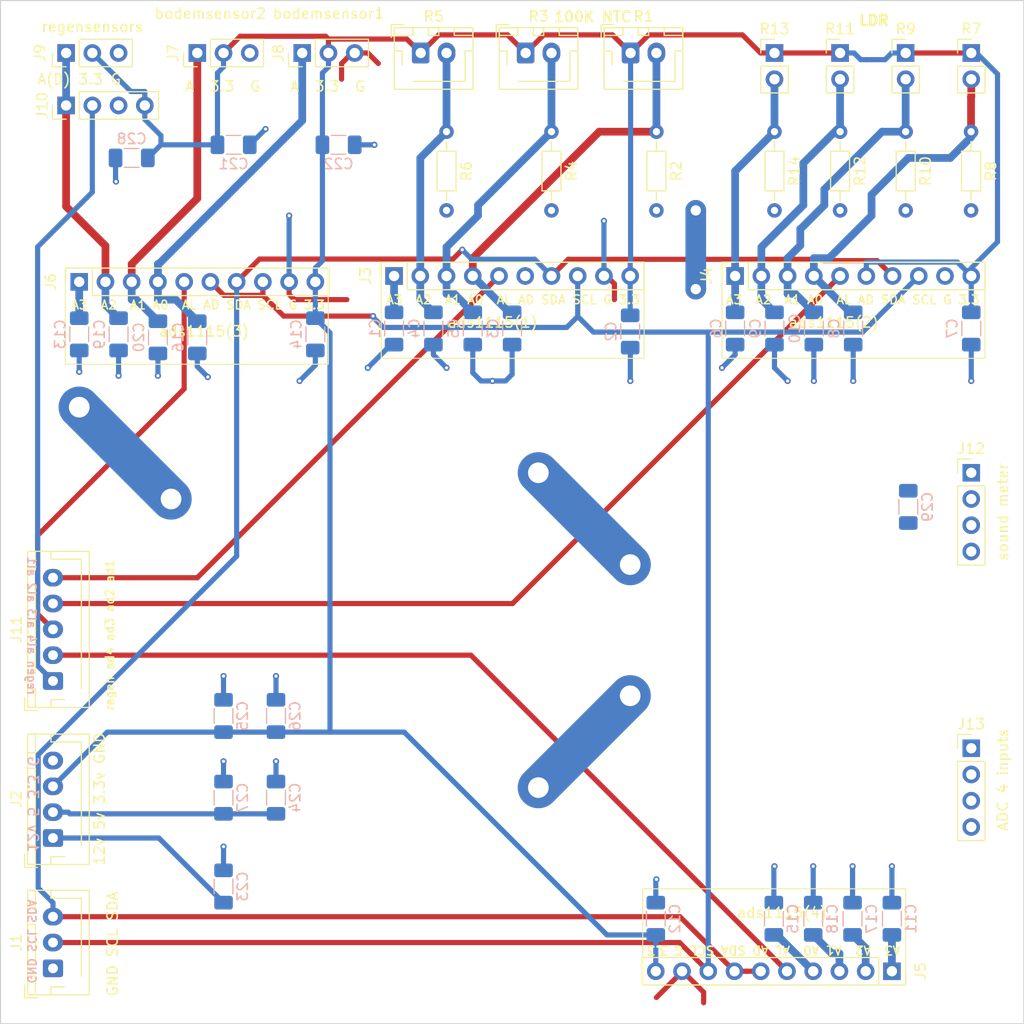
<source format=kicad_pcb>
(kicad_pcb (version 20240108) (generator "pcbnew") (generator_version "8.0")
  (layers (0 "F.Cu" signal) (31 "B.Cu" signal) (34 "B.Paste" user) (35 "F.Paste" user) (36 "B.SilkS" user "B.Silkscreen") (37 "F.SilkS" user "F.Silkscreen") (38 "B.Mask" user) (39 "F.Mask" user) (44 "Edge.Cuts" user))
  (net 0 "")
  (net 1 "GND")
  (net 2 "ADC-1 A3")
  (net 3 "+3.3V")
  (net 4 "ADC-1 A0")
  (net 5 "ADC-1 A2")
  (net 6 "ADC-1 A1")
  (net 7 "ADC-2 A3")
  (net 8 "ADC-2 A0")
  (net 9 "ADC-2 A2")
  (net 10 "ADC-2 A1")
  (net 11 "ADC-4 A3")
  (net 12 "ADC-3 A3")
  (net 13 "ADC-4 A0")
  (net 14 "ADC-3 A0")
  (net 15 "ADC-4 A2")
  (net 16 "ADC-4 A1")
  (net 17 "ADC-3 A2")
  (net 18 "ADC-3 A1")
  (net 19 "+12L")
  (net 20 "+5V")
  (net 21 "sda")
  (net 22 "scl")
  (net 23 "ADC1 alert")
  (net 24 "ADC2 alert")
  (net 25 "ADC4 alert")
  (net 26 "ADC3 alert")
  (net 27 "regen-digitaal")
  (footprint "Connector_PinHeader_2.54mm:PinHeader_1x02_P2.54mm_Vertical" (layer "F.Cu") (at 100.33 17.78)
    (property "Reference" "R9")
    (property "Value" "LDR07")
  )
  (footprint "Connector_JST:JST_XH_B5B-XH-AM_1x05_P2.50mm_Vertical" (layer "F.Cu") (at 17.78 78.58 90)
    (property "Reference" "J11")
    (property "Value" "adc_alerts")
  )
  (footprint "Connector_PinSocket_2.54mm:PinSocket_1x10_P2.54mm_Vertical" (layer "F.Cu") (at 20.32 39.935 90)
    (property "Reference" "J6")
    (property "Value" "ads1115 (3)")
  )
  (footprint "Connector_PinSocket_2.54mm:PinSocket_1x10_P2.54mm_Vertical" (layer "F.Cu") (at 98.9987 106.68 -90)
    (property "Reference" "J5")
    (property "Value" "ads1115 (4)")
  )
  (footprint "Resistor_THT:R_Axial_DIN0204_L3.6mm_D1.6mm_P7.62mm_Horizontal" (layer "F.Cu") (at 55.88 25.4 -90)
    (property "Reference" "R6")
    (property "Value" "220k")
  )
  (footprint "Connector_PinHeader_2.54mm:PinHeader_1x03_P2.54mm_Vertical" (layer "F.Cu") (at 41.91 17.78 90)
    (property "Reference" "J8")
    (property "Value" "bodemsensor1 pins")
  )
  (footprint "Connector_JST:JST_XH_B4B-XH-AM_1x04_P2.50mm_Vertical" (layer "F.Cu") (at 17.78 93.78 90)
    (property "Reference" "J2")
    (property "Value" "power-in")
  )
  (footprint "Connector_JST:JST_XH_B3B-XH-AM_1x03_P2.50mm_Vertical" (layer "F.Cu") (at 17.78 106.4 90)
    (property "Reference" "J1")
    (property "Value" "i2c in out")
  )
  (footprint "Connector_JST:JST_XH_B2B-XH-AM_1x02_P2.50mm_Vertical" (layer "F.Cu") (at 63.54 17.78)
    (property "Reference" "R3")
    (property "Value" "R_Variable")
  )
  (footprint "Resistor_THT:R_Axial_DIN0204_L3.6mm_D1.6mm_P7.62mm_Horizontal" (layer "F.Cu") (at 93.98 25.4 -90)
    (property "Reference" "R12")
    (property "Value" "100k")
  )
  (footprint "Connector_PinHeader_2.54mm:PinHeader_1x02_P2.54mm_Vertical" (layer "F.Cu") (at 106.68 17.78)
    (property "Reference" "R7")
    (property "Value" "LDR07")
  )
  (footprint "Resistor_THT:R_Axial_DIN0204_L3.6mm_D1.6mm_P7.62mm_Horizontal" (layer "F.Cu") (at 66.04 25.4 -90)
    (property "Reference" "R4")
    (property "Value" "220k")
  )
  (footprint "Connector_PinSocket_2.54mm:PinSocket_1x10_P2.54mm_Vertical" (layer "F.Cu") (at 83.82 39.37 90)
    (property "Reference" "J4")
    (property "Value" "ads1115 (2)")
  )
  (footprint "Connector_PinHeader_2.54mm:PinHeader_1x03_P2.54mm_Vertical" (layer "F.Cu") (at 31.75 17.78 90)
    (property "Reference" "J7")
    (property "Value" "bodemsensor2 pins")
  )
  (footprint "Connector_JST:JST_XH_B2B-XH-AM_1x02_P2.50mm_Vertical" (layer "F.Cu") (at 53.38 17.78)
    (property "Reference" "R5")
    (property "Value" "R_Variable")
  )
  (footprint "Connector_PinHeader_2.54mm:PinHeader_1x04_P2.54mm_Vertical" (layer "F.Cu") (at 106.68 85.09)
    (property "Reference" "J13")
    (property "Value" "ADC 4 inputs")
  )
  (footprint "Connector_PinHeader_2.54mm:PinHeader_1x04_P2.54mm_Vertical" (layer "F.Cu") (at 19.05 22.86 90)
    (property "Reference" "J10")
    (property "Value" "regensensor2 pins" (hide yes))
  )
  (footprint "Connector_PinSocket_2.54mm:PinSocket_1x10_P2.54mm_Vertical" (layer "F.Cu") (at 50.8 39.37 90)
    (property "Reference" "J3")
    (property "Value" "ads1115 (1)")
  )
  (footprint "Connector_JST:JST_XH_B2B-XH-AM_1x02_P2.50mm_Vertical" (layer "F.Cu") (at 73.7 17.78)
    (property "Reference" "R1")
    (property "Value" "R_Variable")
  )
  (footprint "Connector_PinHeader_2.54mm:PinHeader_1x03_P2.54mm_Vertical" (layer "F.Cu") (at 19.05 17.78 90)
    (property "Reference" "J9")
    (property "Value" "regensensor1 pins" (hide yes))
  )
  (footprint "Resistor_THT:R_Axial_DIN0204_L3.6mm_D1.6mm_P7.62mm_Horizontal" (layer "F.Cu") (at 100.33 25.4 -90)
    (property "Reference" "R10")
    (property "Value" "100k")
  )
  (footprint "Connector_PinHeader_2.54mm:PinHeader_1x04_P2.54mm_Vertical" (layer "F.Cu") (at 106.68 58.42)
    (property "Reference" "J12")
    (property "Value" "sound meter")
  )
  (footprint "Connector_PinHeader_2.54mm:PinHeader_1x02_P2.54mm_Vertical" (layer "F.Cu") (at 93.98 17.78)
    (property "Reference" "R11")
    (property "Value" "LDR07")
  )
  (footprint "Resistor_THT:R_Axial_DIN0204_L3.6mm_D1.6mm_P7.62mm_Horizontal" (layer "F.Cu") (at 76.2 25.4 -90)
    (property "Reference" "R2")
    (property "Value" "220k")
  )
  (footprint "Resistor_THT:R_Axial_DIN0204_L3.6mm_D1.6mm_P7.62mm_Horizontal" (layer "F.Cu") (at 87.63 25.4 -90)
    (property "Reference" "R14")
    (property "Value" "100k")
  )
  (footprint "Resistor_THT:R_Axial_DIN0204_L3.6mm_D1.6mm_P7.62mm_Horizontal" (layer "F.Cu") (at 106.66 25.4 -90)
    (property "Reference" "R8")
    (property "Value" "100k")
  )
  (footprint "Connector_PinHeader_2.54mm:PinHeader_1x02_P2.54mm_Vertical" (layer "F.Cu") (at 87.63 17.78)
    (property "Reference" "R13")
    (property "Value" "LDR07")
  )
  (footprint "Capacitor_SMD:C_1206_3216Metric_Pad1.33x1.80mm_HandSolder" (layer "B.Cu") (at 91.44 44.45 -90)
    (property "Reference" "C10")
    (property "Value" "100uf")
  )
  (footprint "Capacitor_SMD:C_1206_3216Metric_Pad1.33x1.80mm_HandSolder" (layer "B.Cu") (at 27.94 45.3075 -90)
    (property "Reference" "C20")
    (property "Value" "100uf")
  )
  (footprint "Capacitor_SMD:C_1206_3216Metric_Pad1.33x1.80mm_HandSolder" (layer "B.Cu") (at 50.8 44.45 -90)
    (property "Reference" "C1")
    (property "Value" "100uf")
  )
  (footprint "Capacitor_SMD:C_1206_3216Metric_Pad1.33x1.80mm_HandSolder" (layer "B.Cu") (at 87.63 44.45 -90)
    (property "Reference" "C9")
    (property "Value" "100uf")
  )
  (footprint "Capacitor_SMD:C_1206_3216Metric_Pad1.33x1.80mm_HandSolder" (layer "B.Cu") (at 43.18 45.015 -90)
    (property "Reference" "C14")
    (property "Value" "10uf")
  )
  (footprint "Capacitor_SMD:C_1206_3216Metric_Pad1.33x1.80mm_HandSolder" (layer "B.Cu") (at 54.61 44.45 -90)
    (property "Reference" "C4")
    (property "Value" "100uf")
  )
  (footprint "Capacitor_SMD:C_1206_3216Metric_Pad1.33x1.80mm_HandSolder" (layer "B.Cu") (at 35.2675 26.67)
    (property "Reference" "C21")
    (property "Value" "100nf")
  )
  (footprint "Capacitor_SMD:C_1206_3216Metric_Pad1.33x1.80mm_HandSolder" (layer "B.Cu") (at 34.29 81.965 90)
    (property "Reference" "C25")
    (property "Value" "100nf")
  )
  (footprint "Capacitor_SMD:C_1206_3216Metric_Pad1.33x1.80mm_HandSolder" (layer "B.Cu") (at 95.25 44.45 -90)
    (property "Reference" "C8")
    (property "Value" "100uf")
  )
  (footprint "Capacitor_SMD:C_1206_3216Metric_Pad1.33x1.80mm_HandSolder" (layer "B.Cu") (at 95.1887 101.6 90)
    (property "Reference" "C17")
    (property "Value" "100uf")
  )
  (footprint "Capacitor_SMD:C_1206_3216Metric_Pad1.33x1.80mm_HandSolder" (layer "B.Cu") (at 106.68 44.45 -90)
    (property "Reference" "C7")
    (property "Value" "10uf")
  )
  (footprint "Capacitor_SMD:C_1206_3216Metric_Pad1.33x1.80mm_HandSolder" (layer "B.Cu") (at 34.29 89.8775 90)
    (property "Reference" "C27")
    (property "Value" "100nf")
  )
  (footprint "Capacitor_SMD:C_1206_3216Metric_Pad1.33x1.80mm_HandSolder" (layer "B.Cu") (at 39.37 89.8775 90)
    (property "Reference" "C24")
    (property "Value" "10uf")
  )
  (footprint "Capacitor_SMD:C_1206_3216Metric_Pad1.33x1.80mm_HandSolder" (layer "B.Cu") (at 73.66 44.7425 -90)
    (property "Reference" "C2")
    (property "Value" "10uf")
  )
  (footprint "Capacitor_SMD:C_1206_3216Metric_Pad1.33x1.80mm_HandSolder" (layer "B.Cu") (at 100.584 61.722 90)
    (property "Reference" "C29")
    (property "Value" "100nf")
  )
  (footprint "Capacitor_SMD:C_1206_3216Metric_Pad1.33x1.80mm_HandSolder" (layer "B.Cu") (at 91.3787 101.6 90)
    (property "Reference" "C18")
    (property "Value" "100uf")
  )
  (footprint "Capacitor_SMD:C_1206_3216Metric_Pad1.33x1.80mm_HandSolder" (layer "B.Cu") (at 45.4275 26.67)
    (property "Reference" "C22")
    (property "Value" "100nf")
  )
  (footprint "Capacitor_SMD:C_1206_3216Metric_Pad1.33x1.80mm_HandSolder" (layer "B.Cu") (at 62.23 44.45 -90)
    (property "Reference" "C3")
    (property "Value" "100uf")
  )
  (footprint "Capacitor_SMD:C_1206_3216Metric_Pad1.33x1.80mm_HandSolder" (layer "B.Cu") (at 20.32 45.015 -90)
    (property "Reference" "C13")
    (property "Value" "100uf")
  )
  (footprint "Capacitor_SMD:C_1206_3216Metric_Pad1.33x1.80mm_HandSolder" (layer "B.Cu") (at 31.75 45.3075 -90)
    (property "Reference" "C16")
    (property "Value" "100uf")
  )
  (footprint "Capacitor_SMD:C_1206_3216Metric_Pad1.33x1.80mm_HandSolder" (layer "B.Cu") (at 98.9987 101.6 90)
    (property "Reference" "C11")
    (property "Value" "100uf")
  )
  (footprint "Capacitor_SMD:C_1206_3216Metric_Pad1.33x1.80mm_HandSolder" (layer "B.Cu") (at 39.37 81.965 90)
    (property "Reference" "C26")
    (property "Value" "10uf")
  )
  (footprint "Capacitor_SMD:C_1206_3216Metric_Pad1.33x1.80mm_HandSolder" (layer "B.Cu") (at 25.4 27.94 180)
    (property "Reference" "C28")
    (property "Value" "100nf")
  )
  (footprint "Capacitor_SMD:C_1206_3216Metric_Pad1.33x1.80mm_HandSolder" (layer "B.Cu") (at 87.5687 101.6 90)
    (property "Reference" "C15")
    (property "Value" "100uf")
  )
  (footprint "Capacitor_SMD:C_1206_3216Metric_Pad1.33x1.80mm_HandSolder" (layer "B.Cu") (at 76.1387 101.6 90)
    (property "Reference" "C12")
    (property "Value" "10uf")
  )
  (footprint "Capacitor_SMD:C_1206_3216Metric_Pad1.33x1.80mm_HandSolder" (layer "B.Cu") (at 24.13 45.015 -90)
    (property "Reference" "C19")
    (property "Value" "100uf")
  )
  (footprint "Capacitor_SMD:C_1206_3216Metric_Pad1.33x1.80mm_HandSolder" (layer "B.Cu") (at 34.29 98.475 90)
    (property "Reference" "C23")
    (property "Value" "10uf")
  )
  (footprint "Capacitor_SMD:C_1206_3216Metric_Pad1.33x1.80mm_HandSolder" (layer "B.Cu") (at 58.42 44.45 -90)
    (property "Reference" "C5")
    (property "Value" "100uf")
  )
  (footprint "Capacitor_SMD:C_1206_3216Metric_Pad1.33x1.80mm_HandSolder" (layer "B.Cu") (at 83.82 44.45 -90)
    (property "Reference" "C6")
    (property "Value" "100uf")
  )
  (gr_rect (start 82.55 38.026728) (end 108.003358 47.34014) (stroke (width 0.1)) (fill none) (layer "F.SilkS"))
  (gr_rect (start 49.558095 38.026728) (end 75.011453 47.34014) (stroke (width 0.1)) (fill none) (layer "F.SilkS"))
  (gr_rect (start 18.974212 38.599482) (end 44.42757 47.912894) (stroke (width 0.1)) (fill none) (layer "F.SilkS"))
  (gr_rect (start 74.876642 98.695062) (end 100.33 108.008474) (stroke (width 0.1)) (fill none) (layer "F.SilkS"))
  (gr_rect (start 12.7 12.7) (end 111.76 111.76) (stroke (width 0.1)) (fill none) (layer "Edge.Cuts"))
  (gr_text "regen al4 al3 al2 al1" (at 15.24 80.01 270) (layer "B.SilkS") (effects (font (size 0.8 0.8) (thickness 0.15) (bold yes)) (justify left bottom mirror)))
  (gr_text "GND SCL SDA" (at 15.24 107.95 270) (layer "B.SilkS") (effects (font (size 0.8 0.8) (thickness 0.15) (bold yes)) (justify left bottom mirror)))
  (gr_text "12v 5 3.3 G\n" (at 15.24 95.25 270) (layer "B.SilkS") (effects (font (size 1 1) (thickness 0.15) (bold yes)) (justify left bottom mirror)))
  (gr_text "A3  A2  A1 A0  AL AD SDA SCL G 3.3\n" (at 74.676 42.164 0) (layer "F.SilkS") (effects (font (size 0.85 0.85) (thickness 0.15) (bold yes)) (justify right bottom)))
  (gr_text "bodemsensor2" (at 33.02 13.97 0) (layer "F.SilkS") (effects (font (size 1 1))))
  (gr_text "LDR" (at 95.693866 15.216392 0) (layer "F.SilkS") (effects (font (size 1 1) (thickness 0.25) (bold yes)) (justify left bottom)))
  (gr_text "GND SCL SDA" (at 24.13 109.22 90) (layer "F.SilkS") (effects (font (size 1 1) (thickness 0.15) (bold yes)) (justify left bottom)))
  (gr_text "ads1115(4)" (at 83.891608 101.6 -0) (layer "F.SilkS") (effects (font (size 1 1)) (justify left bottom)))
  (gr_text "12v 5v 3.3v GND" (at 22.86 96.52 90) (layer "F.SilkS") (effects (font (size 1 1) (thickness 0.15) (bold yes)) (justify left bottom)))
  (gr_text "ads1115(3)" (at 27.94 45.3075 0) (layer "F.SilkS") (effects (font (size 1 1)) (justify left bottom)))
  (gr_text "A  3.3  G" (at 30.48 21.59 0) (layer "F.SilkS") (effects (font (size 1 1) (thickness 0.15) (bold yes)) (justify left bottom)))
  (gr_text "A3  A2  A1 A0  AL AD SDA SCL G 3.3\n" (at 44.196 42.672 0) (layer "F.SilkS") (effects (font (size 0.85 0.85) (thickness 0.15) (bold yes)) (justify right bottom)))
  (gr_text "ads1115(1)" (at 55.88 44.45 0) (layer "F.SilkS") (effects (font (size 1 1)) (justify left bottom)))
  (gr_text "regensensors" (at 21.59 15.24 0) (layer "F.SilkS") (effects (font (size 1 1))))
  (gr_text "A(D) 3.3 G" (at 20.32 20.32 0) (layer "F.SilkS") (effects (font (size 1 1))))
  (gr_text "bodemsensor1" (at 44.45 13.97 0) (layer "F.SilkS") (effects (font (size 1 1))))
  (gr_text "A3  A2  A1 A0  AL AD SDA SCL G 3.3\n" (at 75.184 104.14 180) (layer "F.SilkS") (effects (font (size 0.85 0.85) (thickness 0.15) (bold yes)) (justify right bottom)))
  (gr_text "ads1115(2)" (at 88.9 44.45 0) (layer "F.SilkS") (effects (font (size 1 1)) (justify left bottom)))
  (gr_text "A3  A2  A1 A0  AL AD SDA SCL G 3.3\n" (at 107.569 42.164 0) (layer "F.SilkS") (effects (font (size 0.85 0.85) (thickness 0.15) (bold yes)) (justify right bottom)))
  (gr_text "A  3.3  G" (at 40.64 21.59 0) (layer "F.SilkS") (effects (font (size 1 1) (thickness 0.15) (bold yes)) (justify left bottom)))
  (gr_text "regen ad4 ad3 ad2 ad1" (at 23.749 81.534 90) (layer "F.SilkS") (effects (font (size 0.8 0.8) (thickness 0.15) (bold yes)) (justify left bottom)))
  (gr_text "100K NTC" (at 66.189807 14.866366 0) (layer "F.SilkS") (effects (font (size 1 1) (thickness 0.2)) (justify left bottom)))
  (segment (start 80.772 108.712) (end 80.772 109.728) (width 0.5) (layer "F.Cu") (net 1))
  (segment (start 46.99 17.78) (end 46.736 17.78) (width 0.5) (layer "F.Cu") (net 1))
  (segment (start 78.74 106.68) (end 80.772 108.712) (width 0.5) (layer "F.Cu") (net 1))
  (segment (start 46.99 17.78) (end 48.26 17.78) (width 0.5) (layer "F.Cu") (net 1))
  (segment (start 71.12 39.37) (end 71.374 39.37) (width 0.5) (layer "F.Cu") (net 1))
  (segment (start 45.72 18.796) (end 45.72 20.32) (width 0.5) (layer "F.Cu") (net 1))
  (segment (start 78.6787 106.68) (end 78.74 106.68) (width 0.5) (layer "F.Cu") (net 1))
  (segment (start 46.736 17.78) (end 45.72 18.796) (width 0.5) (layer "F.Cu") (net 1))
  (segment (start 40.64 41.148) (end 40.64 39.935) (width 0.5) (layer "F.Cu") (net 1))
  (segment (start 46.228 41.656) (end 41.148 41.656) (width 0.5) (layer "F.Cu") (net 1))
  (segment (start 78.6787 106.7413) (end 76.2 109.22) (width 0.5) (layer "F.Cu") (net 1))
  (segment (start 41.148 41.656) (end 40.64 41.148) (width 0.5) (layer "F.Cu") (net 1))
  (segment (start 72.136 40.132) (end 72.136 41.656) (width 0.5) (layer "F.Cu") (net 1))
  (segment (start 71.374 39.37) (end 72.136 40.132) (width 0.5) (layer "F.Cu") (net 1))
  (segment (start 48.26 17.78) (end 49.276 18.796) (width 0.5) (layer "F.Cu") (net 1))
  (via (at 71.12 34.036) (size 0.6) (drill 0.3) (layers "F.Cu" "B.Cu") (net 1))
  (via (at 41.656 49.53) (size 0.6) (drill 0.3) (layers "F.Cu" "B.Cu") (net 1))
  (via (at 20.32 52.07) (size 3) (drill 2) (layers "F.Cu" "B.Cu") (net 1))
  (via (at 73.6735 49.53) (size 0.6) (drill 0.3) (layers "F.Cu" "B.Cu") (net 1))
  (via (at 82.55 48.26) (size 0.6) (drill 0.3) (layers "F.Cu" "B.Cu") (net 1))
  (via (at 34.29 78.105) (size 0.6) (drill 0.3) (layers "F.Cu" "B.Cu") (net 1))
  (via (at 80.01 33.02) (size 2) (drill 1) (layers "F.Cu" "B.Cu") (net 1))
  (via (at 91.3787 96.52) (size 0.6) (drill 0.3) (layers "F.Cu" "B.Cu") (net 1))
  (via (at 39.37 86.36) (size 0.6) (drill 0.3) (layers "F.Cu" "B.Cu") (net 1))
  (via (at 95.25 49.53) (size 0.6) (drill 0.3) (layers "F.Cu" "B.Cu") (net 1))
  (via (at 38.354 25.146) (size 0.6) (drill 0.3) (layers "F.Cu" "B.Cu") (net 1))
  (via (at 73.66 80.01) (size 3) (drill 2) (layers "F.Cu" "B.Cu") (net 1))
  (via (at 87.63 96.52) (size 0.6) (drill 0.3) (layers "F.Cu" "B.Cu") (net 1))
  (via (at 29.21 60.96) (size 3) (drill 2) (layers "F.Cu" "B.Cu") (net 1))
  (via (at 98.9987 96.52) (size 0.6) (drill 0.3) (layers "F.Cu" "B.Cu") (net 1))
  (via (at 34.29 86.36) (size 0.6) (drill 0.3) (layers "F.Cu" "B.Cu") (net 1))
  (via (at 64.77 58.42) (size 3) (drill 2) (layers "F.Cu" "B.Cu") (net 1))
  (via (at 95.1887 96.52) (size 0.6) (drill 0.3) (layers "F.Cu" "B.Cu") (net 1))
  (via (at 55.88 48.26) (size 0.6) (drill 0.3) (layers "F.Cu" "B.Cu") (net 1))
  (via (at 24.13 49.022) (size 0.6) (drill 0.3) (layers "F.Cu" "B.Cu") (net 1))
  (via (at 34.29 94.615) (size 0.6) (drill 0.3) (layers "F.Cu" "B.Cu") (net 1))
  (via (at 60.325 49.53) (size 0.6) (drill 0.3) (layers "F.Cu" "B.Cu") (net 1))
  (via (at 23.876 30.226) (size 0.6) (drill 0.3) (layers "F.Cu" "B.Cu") (net 1))
  (via (at 80.01 40.64) (size 2) (drill 1) (layers "F.Cu" "B.Cu") (net 1))
  (via (at 39.37 78.105) (size 0.6) (drill 0.3) (layers "F.Cu" "B.Cu") (net 1))
  (via (at 64.77 88.9) (size 3) (drill 2) (layers "F.Cu" "B.Cu") (net 1))
  (via (at 48.26 48.26) (size 0.6) (drill 0.3) (layers "F.Cu" "B.Cu") (net 1))
  (via (at 32.766 49.149) (size 0.6) (drill 0.3) (layers "F.Cu" "B.Cu") (net 1))
  (via (at 106.68 49.53) (size 0.6) (drill 0.3) (layers "F.Cu" "B.Cu") (net 1))
  (via (at 27.94 49.022) (size 0.6) (drill 0.3) (layers "F.Cu" "B.Cu") (net 1))
  (via (at 88.9 49.53) (size 0.6) (drill 0.3) (layers "F.Cu" "B.Cu") (net 1))
  (via (at 73.66 67.31) (size 3) (drill 2) (layers "F.Cu" "B.Cu") (net 1))
  (via (at 48.895 26.67) (size 0.6) (drill 0.3) (layers "F.Cu" "B.Cu") (net 1))
  (via (at 76.2 97.79) (size 0.6) (drill 0.3) (layers "F.Cu" "B.Cu") (net 1))
  (via (at 40.64 33.528) (size 0.6) (drill 0.3) (layers "F.Cu" "B.Cu") (net 1))
  (via (at 91.44 49.53) (size 0.6) (drill 0.3) (layers "F.Cu" "B.Cu") (net 1))
  (via (at 20.32 48.641) (size 0.6) (drill 0.3) (layers "F.Cu" "B.Cu") (net 1))
  (segment (start 34.29 86.36) (end 34.29 88.315) (width 0.5) (layer "B.Cu") (net 1))
  (segment (start 64.77 58.42) (end 73.66 67.31) (width 4) (layer "B.Cu") (net 1))
  (segment (start 41.656 49.53) (end 43.18 48.006) (width 0.5) (layer "B.Cu") (net 1))
  (segment (start 39.37 78.105) (end 39.37 80.4025) (width 0.5) (layer "B.Cu") (net 1))
  (segment (start 95.1887 100.0375) (end 95.1887 96.52) (width 0.5) (layer "B.Cu") (net 1))
  (segment (start 80.01 33.02) (end 80.01 40.64) (width 2) (layer "B.Cu") (net 1))
  (segment (start 98.9987 96.52) (end 98.9987 100.0375) (width 0.5) (layer "B.Cu") (net 1))
  (segment (start 20.32 46.5775) (end 20.32 48.641) (width 0.5) (layer "B.Cu") (net 1))
  (segment (start 58.42 48.73625) (end 58.42 46.0125) (width 0.5) (layer "B.Cu") (net 1))
  (segment (start 76.1387 97.8513) (end 76.2 97.79) (width 0.5) (layer "B.Cu") (net 1))
  (segment (start 82.55 48.26) (end 83.82 46.99) (width 0.5) (layer "B.Cu") (net 1))
  (segment (start 106.68 49.53) (end 106.68 46.0125) (width 0.5) (layer "B.Cu") (net 1))
  (segment (start 87.5687 96.5813) (end 87.5687 100.0375) (width 0.5) (layer "B.Cu") (net 1))
  (segment (start 43.18 48.006) (end 43.18 46.5775) (width 0.5) (layer "B.Cu") (net 1))
  (segment (start 60.325 49.53) (end 61.595 49.53) (width 0.5) (layer "B.Cu") (net 1))
  (segment (start 61.595 49.53) (end 62.23 48.895) (width 0.5) (layer "B.Cu") (net 1))
  (segment (start 34.29 94.615) (end 34.29 96.9125) (width 0.5) (layer "B.Cu") (net 1))
  (segment (start 23.8375 30.1875) (end 23.8375 27.94) (width 0.5) (layer "B.Cu") (net 1))
  (segment (start 83.82 46.99) (end 83.82 46.0125) (width 0.5) (layer "B.Cu") (net 1))
  (segment (start 88.9 49.53) (end 87.63 48.26) (width 0.5) (layer "B.Cu") (net 1))
  (segment (start 24.13 46.5775) (end 24.13 49.022) (width 0.5) (layer "B.Cu") (net 1))
  (segment (start 73.6735 46.3185) (end 73.66 46.305) (width 0.5) (layer "B.Cu") (net 1))
  (segment (start 27.94 46.87) (end 27.94 49.022) (width 0.5) (layer "B.Cu") (net 1))
  (segment (start 87.63 48.26) (end 87.63 46.0125) (width 0.5) (layer "B.Cu") (net 1))
  (segment (start 39.37 88.315) (end 39.37 86.36) (width 0.5) (layer "B.Cu") (net 1))
  (segment (start 91.3787 96.52) (end 91.3787 100.0375) (width 0.5) (layer "B.Cu") (net 1))
  (segment (start 20.32 52.07) (end 29.21 60.96) (width 4) (layer "B.Cu") (net 1))
  (segment (start 32.766 49.149) (end 31.75 48.133) (width 0.5) (layer "B.Cu") (net 1))
  (segment (start 23.876 30.226) (end 23.8375 30.1875) (width 0.5) (layer "B.Cu") (net 1))
  (segment (start 87.63 96.52) (end 87.5687 96.5813) (width 0.5) (layer "B.Cu") (net 1))
  (segment (start 64.77 88.9) (end 73.66 80.01) (width 4) (layer "B.Cu") (net 1))
  (segment (start 48.895 26.67) (end 46.99 26.67) (width 0.5) (layer "B.Cu") (net 1))
  (segment (start 50.5075 46.0125) (end 50.8 46.0125) (width 0.5) (layer "B.Cu") (net 1))
  (segment (start 91.44 49.53) (end 91.44 46.0125) (width 0.5) (layer "B.Cu") (net 1))
  (segment (start 54.61 46.0125) (end 54.61 46.99) (width 0.5) (layer "B.Cu") (net 1))
  (segment (start 71.12 39.37) (end 71.12 34.036) (width 0.5) (layer "B.Cu") (net 1))
  (segment (start 59.21375 49.53) (end 58.42 48.73625) (width 0.5) (layer "B.Cu") (net 1))
  (segment (start 34.29 78.105) (end 34.29 80.4025) (width 0.5) (layer "B.Cu") (net 1))
  (segment (start 31.75 48.133) (end 31.75 46.87) (width 0.5) (layer "B.Cu") (net 1))
  (segment (start 76.1387 100.0375) (end 76.1387 97.8513) (width 0.5) (layer "B.Cu") (net 1))
  (segment (start 40.64 39.935) (end 40.64 33.528) (width 0.5) (layer "B.Cu") (net 1))
  (segment (start 73.6735 49.53) (end 73.6735 46.3185) (width 0.5) (layer "B.Cu") (net 1))
  (segment (start 62.23 48.895) (end 62.23 46.0125) (width 0.5) (layer "B.Cu") (net 1))
  (segment (start 54.61 46.99) (end 55.88 48.26) (width 0.5) (layer "B.Cu") (net 1))
  (segment (start 95.25 49.53) (end 95.25 46.0125) (width 0.5) (layer "B.Cu") (net 1))
  (segment (start 38.354 25.146) (end 36.83 26.67) (width 0.5) (layer "B.Cu") (net 1))
  (segment (start 48.26 48.26) (end 50.5075 46.0125) (width 0.5) (layer "B.Cu") (net 1))
  (segment (start 60.325 49.53) (end 59.21375 49.53) (width 0.5) (layer "B.Cu") (net 1))
  (segment (start 50.8 42.8875) (end 50.8 39.37) (width 0.75) (layer "B.Cu") (net 2))
  (segment (start 44.45 17.78) (end 44.45 16.43) (width 0.5) (layer "F.Cu") (net 3))
  (segment (start 35.9064 16.1636) (end 34.29 17.78) (width 0.5) (layer "F.Cu") (net 3))
  (segment (start 44.45 16.43) (end 44.1836 16.1636) (width 0.5) (layer "F.Cu") (net 3))
  (segment (start 71.948 16.028) (end 65.292 16.028) (width 0.5) (layer "F.Cu") (net 3))
  (segment (start 87.63 17.78) (end 86.28 17.78) (width 0.5) (layer "F.Cu") (net 3))
  (segment (start 73.7 17.78) (end 71.948 16.028) (width 0.5) (layer "F.Cu") (net 3))
  (segment (start 52.03 16.43) (end 53.38 17.78) (width 0.5) (layer "F.Cu") (net 3))
  (segment (start 73.7 17.78) (end 75.4525 16.0275) (width 0.5) (layer "F.Cu") (net 3))
  (segment (start 106.68 17.78) (end 100.33 17.78) (width 0.5) (layer "F.Cu") (net 3))
  (segment (start 53.38 17.78) (end 55.1317 16.0283) (width 0.5) (layer "F.Cu") (net 3))
  (segment (start 61.7883 16.0283) (end 63.54 17.78) (width 0.5) (layer "F.Cu") (net 3))
  (segment (start 44.1836 16.1636) (end 35.9064 16.1636) (width 0.5) (layer "F.Cu") (net 3))
  (segment (start 65.292 16.028) (end 63.54 17.78) (width 0.5) (layer "F.Cu") (net 3))
  (segment (start 84.5275 16.0275) (end 86.28 17.78) (width 0.5) (layer "F.Cu") (net 3))
  (segment (start 93.98 17.78) (end 87.63 17.78) (width 0.5) (layer "F.Cu") (net 3))
  (segment (start 55.1317 16.0283) (end 61.7883 16.0283) (width 0.5) (layer "F.Cu") (net 3))
  (segment (start 44.45 16.43) (end 52.03 16.43) (width 0.5) (layer "F.Cu") (net 3))
  (segment (start 75.4525 16.0275) (end 84.5275 16.0275) (width 0.5) (layer "F.Cu") (net 3))
  (segment (start 109.22 19.812) (end 107.188 17.78) (width 0.5) (layer "B.Cu") (net 3))
  (segment (start 95.33 17.78) (end 95.975 18.425) (width 0.5) (layer "B.Cu") (net 3))
  (segment (start 73.7 17.78) (end 73.7 37.98) (width 0.5) (layer "B.Cu") (net 3))
  (segment (start 33.705 26.67) (end 28.2325 26.67) (width 0.5) (layer "B.Cu") (net 3))
  (segment (start 73.66 39.37) (end 73.66 43.18) (width 0.5) (layer "B.Cu") (net 3))
  (segment (start 44.5991 83.5275) (end 39.37 83.5275) (width 0.5) (layer "B.Cu") (net 3))
  (segment (start 43.865 37.9) (end 43.18 38.585) (width 0.5) (layer "B.Cu") (net 3))
  (segment (start 43.865 26.67) (end 43.865 37.9) (width 0.5) (layer "B.Cu") (net 3))
  (segment (start 71.4125 103.1625) (end 76.1387 103.1625) (width 0.5) (layer "B.Cu") (net 3))
  (segment (start 28.2325 25.7725) (end 26.67 24.21) (width 0.5) (layer "B.Cu") (net 3))
  (segment (start 95.975 18.425) (end 96.52 18.425) (width 0.5) (layer "B.Cu") (net 3))
  (segment (start 105.33 38.02) (end 106.68 39.37) (width 0.5) (layer "B.Cu") (net 3))
  (segment (start 76.1387 103.1625) (end 76.1387 106.68) (width 0.5) (layer "B.Cu") (net 3))
  (segment (start 33.705 26.67) (end 33.705 19.715) (width 0.5) (layer "B.Cu") (net 3))
  (segment (start 44.45 19.13) (end 43.865 19.715) (width 0.5) (layer "B.Cu") (net 3))
  (segment (start 43.18 39.935) (end 43.18 43.4525) (width 0.5) (layer "B.Cu") (net 3))
  (segment (start 26.67 21.51) (end 25.32 21.51) (width 0.5) (layer "B.Cu") (net 3))
  (segment (start 44.45 17.78) (end 44.45 19.13) (width 0.5) (layer "B.Cu") (net 3))
  (segment (start 106.68 39.37) (end 106.68 38.608) (width 0.5) (layer "B.Cu") (net 3))
  (segment (start 28.2325 26.67) (end 28.2325 25.7725) (width 0.5) (layer "B.Cu") (net 3))
  (segment (start 73.7 37.98) (end 73.66 38.02) (width 0.5) (layer "B.Cu") (net 3))
  (segment (start 26.67 23.4582) (end 26.67 24.21) (width 0.5) (layer "B.Cu") (net 3))
  (segment (start 34.29 17.78) (end 34.29 19.13) (width 0.5) (layer "B.Cu") (net 3))
  (segment (start 23.0325 83.5275) (end 17.78 88.78) (width 0.5) (layer "B.Cu") (net 3))
  (segment (start 39.37 83.5275) (end 34.29 83.5275) (width 0.5) (layer "B.Cu") (net 3))
  (segment (start 44.5991 44.8716) (end 44.5991 83.5275) (width 0.5) (layer "B.Cu") (net 3))
  (segment (start 96.52 18.425) (end 98.335 18.425) (width 0.5) (layer "B.Cu") (net 3))
  (segment (start 26.67 23.4582) (end 26.67 22.86) (width 0.5) (layer "B.Cu") (net 3))
  (segment (start 106.68 38.608) (end 109.22 36.068) (width 0.5) (layer "B.Cu") (net 3))
  (segment (start 43.18 43.4525) (end 44.5991 44.8716) (width 0.5) (layer "B.Cu") (net 3))
  (segment (start 100.33 17.78) (end 98.98 17.78) (width 0.5) (layer "B.Cu") (net 3))
  (segment (start 73.66 39.37) (end 73.66 38.02) (width 0.5) (layer "B.Cu") (net 3))
  (segment (start 44.5991 83.5275) (end 51.7775 83.5275) (width 0.5) (layer "B.Cu") (net 3))
  (segment (start 98.335 18.425) (end 98.98 17.78) (width 0.5) (layer "B.Cu") (net 3))
  (segment (start 26.67 22.86) (end 26.67 21.51) (width 0.5) (layer "B.Cu") (net 3))
  (segment (start 93.98 17.78) (end 95.33 17.78) (width 0.5) (layer "B.Cu") (net 3))
  (segment (start 34.29 83.5275) (end 23.0325 83.5275) (width 0.5) (layer "B.Cu") (net 3))
  (segment (start 107.188 17.78) (end 106.68 17.78) (width 0.5) (layer "B.Cu") (net 3))
  (segment (start 25.32 21.51) (end 21.59 17.78) (width 0.5) (layer "B.Cu") (net 3))
  (segment (start 51.7775 83.5275) (end 71.4125 103.1625) (width 0.5) (layer "B.Cu") (net 3))
  (segment (start 28.2325 26.67) (end 26.9625 27.94) (width 0.5) (layer "B.Cu") (net 3))
  (segment (start 106.68 42.8875) (end 106.68 39.37) (width 0.5) (layer "B.Cu") (net 3))
  (segment (start 43.18 39.935) (end 43.18 38.585) (width 0.5) (layer "B.Cu") (net 3))
  (segment (start 109.22 36.068) (end 109.22 19.812) (width 0.5) (layer "B.Cu") (net 3))
  (segment (start 96.52 39.37) (end 96.52 38.02) (width 0.5) (layer "B.Cu") (net 3))
  (segment (start 96.52 38.02) (end 105.33 38.02) (width 0.5) (layer "B.Cu") (net 3))
  (segment (start 43.865 19.715) (end 43.865 26.67) (width 0.5) (layer "B.Cu") (net 3))
  (segment (start 33.705 19.715) (end 34.29 19.13) (width 0.5) (layer "B.Cu") (net 3))
  (segment (start 58.42 39.37) (end 58.42 37.6433) (width 0.75) (layer "F.Cu") (net 4))
  (segment (start 76.2 25.4) (end 70.6633 25.4) (width 0.75) (layer "F.Cu") (net 4))
  (segment (start 70.6633 25.4) (end 58.42 37.6433) (width 0.75) (layer "F.Cu") (net 4))
  (segment (start 76.2 17.78) (end 76.2 25.4) (width 0.75) (layer "B.Cu") (net 4))
  (segment (start 61.9375 42.8875) (end 58.42 39.37) (width 0.75) (layer "B.Cu") (net 4))
  (segment (start 62.23 42.8875) (end 61.9375 42.8875) (width 0.75) (layer "B.Cu") (net 4))
  (segment (start 55.88 25.4) (end 53.34 27.94) (width 0.75) (layer "B.Cu") (net 5))
  (segment (start 55.88 17.78) (end 55.88 25.4) (width 0.75) (layer "B.Cu") (net 5))
  (segment (start 53.34 41.6175) (end 53.34 39.37) (width 0.75) (layer "B.Cu") (net 5))
  (segment (start 54.61 42.8875) (end 53.34 41.6175) (width 0.75) (layer "B.Cu") (net 5))
  (segment (start 53.34 27.94) (end 53.34 39.37) (width 0.75) (layer "B.Cu") (net 5))
  (segment (start 58.928 32.512) (end 66.04 25.4) (width 0.75) (layer "B.Cu") (net 6))
  (segment (start 58.928 33.528) (end 58.928 32.512) (width 0.75) (layer "B.Cu") (net 6))
  (segment (start 66.04 25.4) (end 66.04 17.78) (width 0.75) (layer "B.Cu") (net 6))
  (segment (start 56.6292 41.0967) (end 55.88 41.0967) (width 0.75) (layer "B.Cu") (net 6))
  (segment (start 55.88 39.37) (end 55.88 41.0967) (width 0.75) (layer "B.Cu") (net 6))
  (segment (start 55.88 36.576) (end 58.928 33.528) (width 0.75) (layer "B.Cu") (net 6))
  (segment (start 58.42 42.8875) (end 56.6292 41.0967) (width 0.75) (layer "B.Cu") (net 6))
  (segment (start 55.88 39.37) (end 55.88 36.576) (width 0.75) (layer "B.Cu") (net 6))
  (segment (start 87.63 25.4) (end 87.63 20.32) (width 0.75) (layer "B.Cu") (net 7))
  (segment (start 83.82 42.8875) (end 83.82 39.37) (width 0.75) (layer "B.Cu") (net 7))
  (segment (start 83.82 29.21) (end 87.63 25.4) (width 0.75) (layer "B.Cu") (net 7))
  (segment (start 83.82 39.37) (end 83.82 29.21) (width 0.75) (layer "B.Cu") (net 7))
  (segment (start 106.66 22.0667) (end 106.68 22.0467) (width 0.75) (layer "F.Cu") (net 8))
  (segment (start 106.66 25.4) (end 106.66 22.0667) (width 0.75) (layer "F.Cu") (net 8))
  (segment (start 106.68 20.32) (end 106.68 22.0467) (width 0.75) (layer "F.Cu") (net 8))
  (segment (start 91.44 39.37) (end 91.44 37.6433) (width 0.75) (layer "B.Cu") (net 8))
  (segment (start 104.648 27.94) (end 106.66 25.928) (width 0.75) (layer "B.Cu") (net 8))
  (segment (start 95.25 42.8875) (end 94.9575 42.8875) (width 0.75) (layer "B.Cu") (net 8))
  (segment (start 92.9127 37.6433) (end 97.028 33.528) (width 0.75) (layer "B.Cu") (net 8))
  (segment (start 100.584 27.94) (end 104.648 27.94) (width 0.75) (layer "B.Cu") (net 8))
  (segment (start 106.66 25.928) (end 106.66 25.4) (width 0.75) (layer "B.Cu") (net 8))
  (segment (start 97.028 31.496) (end 100.584 27.94) (width 0.75) (layer "B.Cu") (net 8))
  (segment (start 91.44 37.6433) (end 92.9127 37.6433) (width 0.75) (layer "B.Cu") (net 8))
  (segment (start 97.028 33.528) (end 97.028 31.496) (width 0.75) (layer "B.Cu") (net 8))
  (segment (start 94.9575 42.8875) (end 91.44 39.37) (width 0.75) (layer "B.Cu") (net 8))
  (segment (start 86.36 41.6175) (end 86.36 39.37) (width 0.75) (layer "B.Cu") (net 9))
  (segment (start 87.63 42.8875) (end 86.36 41.6175) (width 0.75) (layer "B.Cu") (net 9))
  (segment (start 90.424 28.448) (end 90.424 32.512) (width 0.75) (layer "B.Cu") (net 9))
  (segment (start 86.36 36.7736) (end 86.36 39.37) (width 0.75) (layer "B.Cu") (net 9))
  (segment (start 93.98 25.4) (end 93.98 20.32) (width 0.75) (layer "B.Cu") (net 9))
  (segment (start 90.424 32.512) (end 86.36 36.576) (width 0.75) (layer "B.Cu") (net 9))
  (segment (start 93.6696 25.2024) (end 90.424 28.448) (width 0.75) (layer "B.Cu") (net 9))
  (segment (start 93.98 25.2024) (end 93.6696 25.2024) (width 0.75) (layer "B.Cu") (net 9))
  (segment (start 100.33 25.4) (end 100.33 20.32) (width 0.75) (layer "B.Cu") (net 10))
  (segment (start 92.456 32.512) (end 92.456 30.988) (width 0.75) (layer "B.Cu") (net 10))
  (segment (start 98.044 25.4) (end 100.33 25.4) (width 0.75) (layer "B.Cu") (net 10))
  (segment (start 90.1574 34.8106) (end 92.456 32.512) (width 0.75) (layer "B.Cu") (net 10))
  (segment (start 89.6492 41.0967) (end 88.9 41.0967) (width 0.75) (layer "B.Cu") (net 10))
  (segment (start 90.1284 34.8106) (end 90.1574 34.8106) (width 0.75) (layer "B.Cu") (net 10))
  (segment (start 88.9 39.37) (end 88.9 37.6433) (width 0.75) (layer "B.Cu") (net 10))
  (segment (start 88.9 39.37) (end 88.9 41.0967) (width 0.75) (layer "B.Cu") (net 10))
  (segment (start 91.44 42.8875) (end 89.6492 41.0967) (width 0.75) (layer "B.Cu") (net 10))
  (segment (start 92.456 30.988) (end 98.044 25.4) (width 0.75) (layer "B.Cu") (net 10))
  (segment (start 90.1284 34.8106) (end 90.1284 36.4149) (width 0.75) (layer "B.Cu") (net 10))
  (segment (start 90.1284 36.4149) (end 88.9 37.6433) (width 0.75) (layer "B.Cu") (net 10))
  (segment (start 98.9987 103.1625) (end 98.9987 106.68) (width 0.75) (layer "B.Cu") (net 11))
  (segment (start 20.32 43.4525) (end 20.32 39.935) (width 0.75) (layer "B.Cu") (net 12))
  (segment (start 87.8612 103.1625) (end 91.3787 106.68) (width 0.75) (layer "B.Cu") (net 13))
  (segment (start 87.5687 103.1625) (end 87.8612 103.1625) (width 0.75) (layer "B.Cu") (net 13))
  (segment (start 41.91 24.3208) (end 41.91 17.78) (width 0.75) (layer "B.Cu") (net 14))
  (segment (start 28.0225 38.2083) (end 41.91 24.3208) (width 0.75) (layer "B.Cu") (net 14))
  (segment (start 29.6667 41.6617) (end 27.94 41.6617) (width 0.75) (layer "B.Cu") (net 14))
  (segment (start 31.75 43.745) (end 29.6667 41.6617) (width 0.75) (layer "B.Cu") (net 14))
  (segment (start 27.94 39.935) (end 27.94 41.6617) (width 0.75) (layer "B.Cu") (net 14))
  (segment (start 27.94 38.2083) (end 28.0225 38.2083) (width 0.75) (layer "B.Cu") (net 14))
  (segment (start 27.94 39.935) (end 27.94 38.2083) (width 0.75) (layer "B.Cu") (net 14))
  (segment (start 96.4587 104.4325) (end 96.4587 106.68) (width 0.75) (layer "B.Cu") (net 15))
  (segment (start 95.1887 103.1625) (end 96.4587 104.4325) (width 0.75) (layer "B.Cu") (net 15))
  (segment (start 93.9187 106.68) (end 93.9187 104.9533) (width 0.75) (layer "B.Cu") (net 16))
  (segment (start 93.1695 104.9533) (end 93.9187 104.9533) (width 0.75) (layer "B.Cu") (net 16))
  (segment (start 91.3787 103.1625) (end 93.1695 104.9533) (width 0.75) (layer "B.Cu") (net 16))
  (segment (start 19.05 32.6387) (end 19.05 22.86) (width 0.75) (layer "F.Cu") (net 17))
  (segment (start 22.86 36.4487) (end 19.05 32.6387) (width 0.75) (layer "F.Cu") (net 17))
  (segment (start 22.86 39.935) (end 22.86 36.4487) (width 0.75) (layer "F.Cu") (net 17))
  (segment (start 19.05 22.86) (end 19.05 17.78) (width 0.75) (layer "B.Cu") (net 17))
  (segment (start 24.13 43.4525) (end 22.86 42.1825) (width 0.75) (layer "B.Cu") (net 17))
  (segment (start 22.86 42.1825) (end 22.86 39.935) (width 0.75) (layer "B.Cu") (net 17))
  (segment (start 31.75 31.8583) (end 25.4 38.2083) (width 0.75) (layer "F.Cu") (net 18))
  (segment (start 25.4 39.935) (end 25.4 38.2083) (width 0.75) (layer "F.Cu") (net 18))
  (segment (start 31.75 17.78) (end 31.75 31.8583) (width 0.75) (layer "F.Cu") (net 18))
  (segment (start 25.8567 41.6617) (end 25.4 41.6617) (width 0.75) (layer "B.Cu") (net 18))
  (segment (start 25.4 39.935) (end 25.4 41.6617) (width 0.75) (layer "B.Cu") (net 18))
  (segment (start 27.94 43.745) (end 25.8567 41.6617) (width 0.75) (layer "B.Cu") (net 18))
  (segment (start 28.0325 93.78) (end 17.78 93.78) (width 0.5) (layer "B.Cu") (net 19))
  (segment (start 34.29 100.0375) (end 28.0325 93.78) (width 0.5) (layer "B.Cu") (net 19))
  (segment (start 39.37 91.44) (end 34.29 91.44) (width 0.5) (layer "B.Cu") (net 20))
  (segment (start 17.78 91.28) (end 19.255 91.28) (width 0.5) (layer "B.Cu") (net 20))
  (segment (start 19.415 91.44) (end 19.255 91.28) (width 0.5) (layer "B.Cu") (net 20))
  (segment (start 34.29 91.44) (end 19.415 91.44) (width 0.5) (layer "B.Cu") (net 20))
  (segment (start 78.4787 101.4) (end 17.78 101.4) (width 0.5) (layer "F.Cu") (net 21))
  (segment (start 37.7657 37.7293) (end 35.56 39.935) (width 0.5) (layer "F.Cu") (net 21))
  (segment (start 83.7587 106.68) (end 84.9487 106.68) (width 0.5) (layer "F.Cu") (net 21))
  (segment (start 83.7587 106.68) (end 78.4787 101.4) (width 0.5) (layer "F.Cu") (net 21))
  (segment (start 67.6559 37.7541) (end 92.2832 37.7541) (width 0.5) (layer "F.Cu") (net 21))
  (segment (start 92.2832 37.7541) (end 92.4093 37.8802) (width 0.5) (layer "F.Cu") (net 21))
  (segment (start 86.2987 106.68) (end 84.9487 106.68) (width 0.5) (layer "F.Cu") (net 21))
  (segment (start 97.5702 37.8802) (end 99.06 39.37) (width 0.5) (layer "F.Cu") (net 21))
  (segment (start 92.4093 37.8802) (end 97.5702 37.8802) (width 0.5) (layer "F.Cu") (net 21))
  (segment (start 56.5047 37.7293) (end 37.7657 37.7293) (width 0.5) (layer "F.Cu") (net 21))
  (segment (start 57.404 36.83) (end 56.5047 37.7293) (width 0.5) (layer "F.Cu") (net 21))
  (segment (start 66.04 39.37) (end 67.6559 37.7541) (width 0.5) (layer "F.Cu") (net 21))
  (via (at 57.404 36.83) (size 0.6) (drill 0.3) (layers "F.Cu" "B.Cu") (net 21))
  (segment (start 58.3211 37.7471) (end 64.4171 37.7471) (width 0.5) (layer "B.Cu") (net 21))
  (segment (start 35.56 66.5024) (end 16.3496 85.7128) (width 0.5) (layer "B.Cu") (net 21))
  (segment (start 57.404 36.83) (end 58.3211 37.7471) (width 0.5) (layer "B.Cu") (net 21))
  (segment (start 16.3496 85.7128) (end 16.3496 98.6196) (width 0.5) (layer "B.Cu") (net 21))
  (segment (start 35.56 39.935) (end 35.56 66.5024) (width 0.5) (layer "B.Cu") (net 21))
  (segment (start 17.78 101.4) (end 17.78 100.05) (width 0.5) (layer "B.Cu") (net 21))
  (segment (start 64.4171 37.7471) (end 66.04 39.37) (width 0.5) (layer "B.Cu") (net 21))
  (segment (start 16.3496 98.6196) (end 17.78 100.05) (width 0.5) (layer "B.Cu") (net 21))
  (segment (start 17.78 103.9) (end 78.4387 103.9) (width 0.5) (layer "F.Cu") (net 22))
  (segment (start 34.3292 41.2442) (end 33.02 39.935) (width 0.5) (layer "F.Cu") (net 22))
  (segment (start 38.1 41.235) (end 40.1167 43.2517) (width 0.5) (layer "F.Cu") (net 22))
  (segment (start 78.4387 103.9) (end 81.2187 106.68) (width 0.5) (layer "F.Cu") (net 22))
  (segment (start 40.1167 43.2517) (end 48.7665 43.2517) (width 0.5) (layer "F.Cu") (net 22))
  (segment (start 38.1 41.235) (end 38.0908 41.2442) (width 0.5) (layer "F.Cu") (net 22))
  (segment (start 38.0908 41.2442) (end 34.3292 41.2442) (width 0.5) (layer "F.Cu") (net 22))
  (segment (start 38.1 41.0847) (end 38.1 41.235) (width 0.5) (layer "F.Cu") (net 22))
  (segment (start 38.1 39.935) (end 38.1 41.0847) (width 0.5) (layer "F.Cu") (net 22))
  (via (at 48.7665 43.2517) (size 0.6) (drill 0.3) (layers "F.Cu" "B.Cu") (net 22))
  (segment (start 68.58 43.2844) (end 70.0962 44.8006) (width 0.5) (layer "B.Cu") (net 22))
  (segment (start 81.2187 44.8006) (end 96.1694 44.8006) (width 0.5) (layer "B.Cu") (net 22))
  (segment (start 96.1694 44.8006) (end 101.6 39.37) (width 0.5) (layer "B.Cu") (net 22))
  (segment (start 48.7665 43.3538) (end 48.7665 43.2517) (width 0.5) (layer "B.Cu") (net 22))
  (segment (start 70.0962 44.8006) (end 81.2187 44.8006) (width 0.5) (layer "B.Cu") (net 22))
  (segment (start 68.58 39.37) (end 68.58 43.2844) (width 0.5) (layer "B.Cu") (net 22))
  (segment (start 49.7649 44.3522) (end 48.7665 43.3538) (width 0.5) (layer "B.Cu") (net 22))
  (segment (start 81.2187 106.68) (end 81.2187 44.8006) (width 0.5) (layer "B.Cu") (net 22))
  (segment (start 68.58 43.2844) (end 67.5122 44.3522) (width 0.5) (layer "B.Cu") (net 22))
  (segment (start 67.5122 44.3522) (end 49.7649 44.3522) (width 0.5) (layer "B.Cu") (net 22))
  (segment (start 31.75 68.58) (end 17.78 68.58) (width 0.5) (layer "F.Cu") (net 23))
  (segment (start 60.96 39.37) (end 31.75 68.58) (width 0.5) (layer "F.Cu") (net 23))
  (segment (start 62.27 71.08) (end 17.78 71.08) (width 0.5) (layer "F.Cu") (net 24))
  (segment (start 93.98 39.37) (end 62.27 71.08) (width 0.5) (layer "F.Cu") (net 24))
  (segment (start 58.2387 76.08) (end 17.78 76.08) (width 0.5) (layer "F.Cu") (net 25))
  (segment (start 88.8387 106.68) (end 58.2387 76.08) (width 0.5) (layer "F.Cu") (net 25))
  (segment (start 16.2905 72.0905) (end 17.78 73.58) (width 0.5) (layer "F.Cu") (net 26))
  (segment (start 16.2905 64.4833) (end 16.2905 72.0905) (width 0.5) (layer "F.Cu") (net 26))
  (segment (start 30.48 39.935) (end 30.48 50.2938) (width 0.5) (layer "F.Cu") (net 26))
  (segment (start 30.48 50.2938) (end 16.2905 64.4833) (width 0.5) (layer "F.Cu") (net 26))
  (segment (start 21.59 22.86) (end 21.59 31.2512) (width 0.5) (layer "B.Cu") (net 27))
  (segment (start 16.2905 36.5507) (end 16.2905 77.0905) (width 0.5) (layer "B.Cu") (net 27))
  (segment (start 16.2905 77.0905) (end 17.78 78.58) (width 0.5) (layer "B.Cu") (net 27))
  (segment (start 21.59 31.2512) (end 16.2905 36.5507) (width 0.5) (layer "B.Cu") (net 27))
)
</source>
